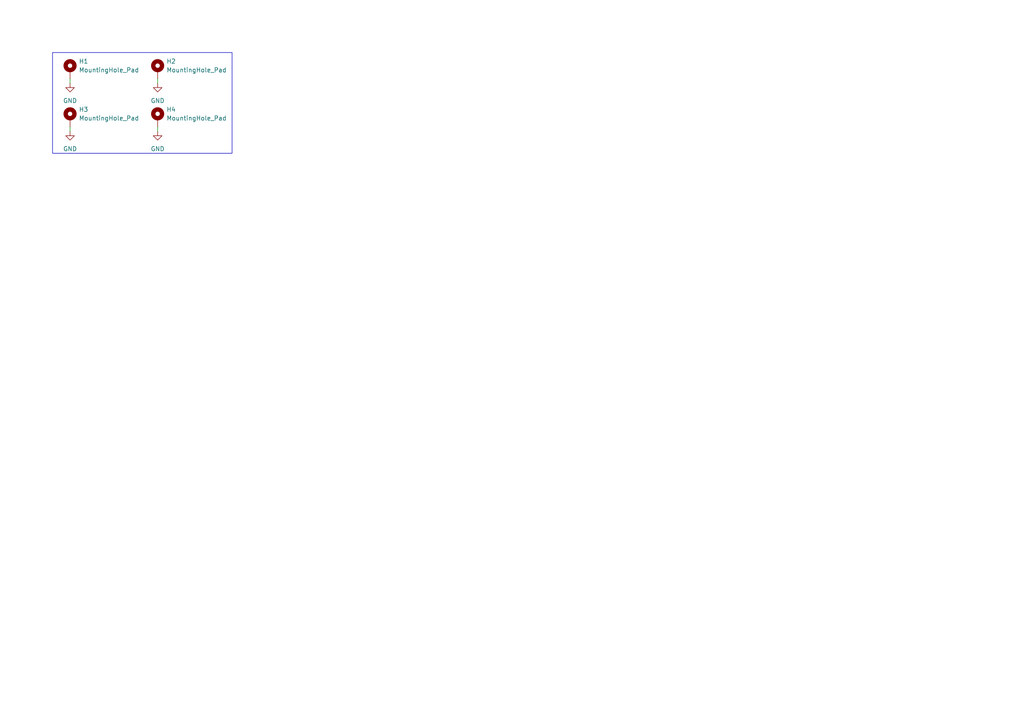
<source format=kicad_sch>
(kicad_sch (version 20230121) (generator eeschema)
  (paper "A4")
  (title_block (title "Midi FPGA") (date "2023-11-07") (rev "1.0"))
  (lib_symbols
    (symbol "Mechanical:MountingHole_Pad" (pin_numbers hide) (pin_names (offset 1.016) hide)
      (property "Reference" "H" (at 0 6.35 0))
      (property "Value" "MountingHole_Pad" (at 0 4.445 0))
      (symbol "MountingHole_Pad_0_1"
        (circle (center 0 1.27) (radius 1.27) (stroke (width 1.27)))
      )
      (symbol "MountingHole_Pad_1_1"
        (pin input line (at 0 -2.54 90) (length 2.54) (name "1") (number "1"))
      )
    )
    (symbol "power:GND" (power) (pin_names (offset 0))
      (property "Value" "GND" (at 0 -3.81 0))
      (symbol "GND_0_1"
        (polyline (pts (xy 0 0) (xy 0 -1.27) (xy 1.27 -1.27) (xy 0 -2.54) (xy -1.27 -1.27) (xy 0 -1.27)))
      )
      (symbol "GND_1_1"
        (pin power_in line (at 0 0 270) (length 0) hide (name "GND") (number "1"))
      )
    )
  )
  (wire (pts (xy 20.32 22.86) (xy 20.32 24.13)))
  (wire (pts (xy 45.72 38.1) (xy 45.72 36.83)))
  (wire (pts (xy 20.32 38.1) (xy 20.32 36.83)))
  (wire (pts (xy 45.72 22.86) (xy 45.72 24.13)))
  (rectangle (start 15.24 15.24) (end 67.31 44.45))
  (symbol (lib_id "Mechanical:MountingHole_Pad") (at 45.72 34.29 0) (unit 1)
    (property "Reference" "H4" (at 48.26 31.75 0) (effects (justify left)))
    (property "Value" "MountingHole_Pad" (at 48.26 34.29 0) (effects (justify left)))
    (property "Footprint" "MountingHole:MountingHole_2.2mm_M2_DIN965_Pad" (effects hide))
  )
  (symbol (lib_id "Mechanical:MountingHole_Pad") (at 45.72 20.32 0) (unit 1)
    (property "Reference" "H2" (at 48.26 17.78 0) (effects (justify left)))
    (property "Value" "MountingHole_Pad" (at 48.26 20.32 0) (effects (justify left)))
    (property "Footprint" "MountingHole:MountingHole_2.2mm_M2_DIN965_Pad" (effects hide))
  )
  (symbol (lib_id "power:GND") (at 45.72 38.1 0) (unit 1)
    (property "Reference" "#PWR04" (effects hide))
    (property "Value" "GND" (at 45.72 43.18 0))
  )
  (symbol (lib_id "power:GND") (at 45.72 24.13 0) (unit 1)
    (property "Reference" "#PWR02" (effects hide))
    (property "Value" "GND" (at 45.72 29.21 0))
  )
  (symbol (lib_id "Mechanical:MountingHole_Pad") (at 20.32 20.32 0) (unit 1)
    (property "Reference" "H1" (at 22.86 17.78 0) (effects (justify left)))
    (property "Value" "MountingHole_Pad" (at 22.86 20.32 0) (effects (justify left)))
    (property "Footprint" "MountingHole:MountingHole_2.2mm_M2_DIN965_Pad" (effects hide))
  )
  (symbol (lib_id "power:GND") (at 20.32 24.13 0) (unit 1)
    (property "Reference" "#PWR01" (effects hide))
    (property "Value" "GND" (at 20.32 29.21 0))
  )
  (symbol (lib_id "Mechanical:MountingHole_Pad") (at 20.32 34.29 0) (unit 1)
    (property "Reference" "H3" (at 22.86 31.75 0) (effects (justify left)))
    (property "Value" "MountingHole_Pad" (at 22.86 34.29 0) (effects (justify left)))
    (property "Footprint" "MountingHole:MountingHole_2.2mm_M2_DIN965_Pad" (effects hide))
  )
  (symbol (lib_id "power:GND") (at 20.32 38.1 0) (unit 1)
    (property "Reference" "#PWR03" (effects hide))
    (property "Value" "GND" (at 20.32 43.18 0))
  )
)
</source>
